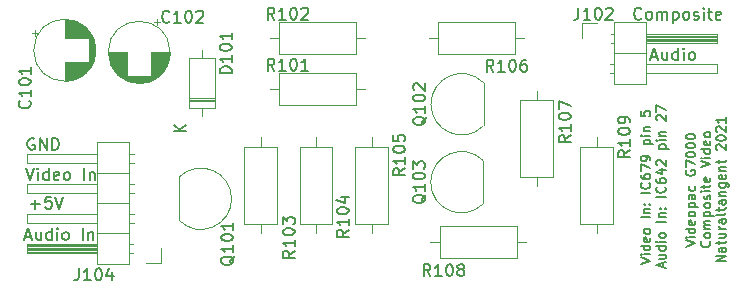
<source format=gto>
G04 #@! TF.GenerationSoftware,KiCad,Pcbnew,6.0.0-d3dd2cf0fa~116~ubuntu20.04.1*
G04 #@! TF.CreationDate,2021-12-31T11:53:35+00:00*
G04 #@! TF.ProjectId,videopac_composite,76696465-6f70-4616-935f-636f6d706f73,rev?*
G04 #@! TF.SameCoordinates,Original*
G04 #@! TF.FileFunction,Legend,Top*
G04 #@! TF.FilePolarity,Positive*
%FSLAX46Y46*%
G04 Gerber Fmt 4.6, Leading zero omitted, Abs format (unit mm)*
G04 Created by KiCad (PCBNEW 6.0.0-d3dd2cf0fa~116~ubuntu20.04.1) date 2021-12-31 11:53:35*
%MOMM*%
%LPD*%
G01*
G04 APERTURE LIST*
%ADD10C,0.150000*%
%ADD11C,0.120000*%
G04 APERTURE END LIST*
D10*
X31059809Y-74382380D02*
X31393142Y-75382380D01*
X31726476Y-74382380D01*
X32059809Y-75382380D02*
X32059809Y-74715714D01*
X32059809Y-74382380D02*
X32012190Y-74430000D01*
X32059809Y-74477619D01*
X32107428Y-74430000D01*
X32059809Y-74382380D01*
X32059809Y-74477619D01*
X32964571Y-75382380D02*
X32964571Y-74382380D01*
X32964571Y-75334761D02*
X32869333Y-75382380D01*
X32678857Y-75382380D01*
X32583619Y-75334761D01*
X32536000Y-75287142D01*
X32488380Y-75191904D01*
X32488380Y-74906190D01*
X32536000Y-74810952D01*
X32583619Y-74763333D01*
X32678857Y-74715714D01*
X32869333Y-74715714D01*
X32964571Y-74763333D01*
X33821714Y-75334761D02*
X33726476Y-75382380D01*
X33536000Y-75382380D01*
X33440761Y-75334761D01*
X33393142Y-75239523D01*
X33393142Y-74858571D01*
X33440761Y-74763333D01*
X33536000Y-74715714D01*
X33726476Y-74715714D01*
X33821714Y-74763333D01*
X33869333Y-74858571D01*
X33869333Y-74953809D01*
X33393142Y-75049047D01*
X34440761Y-75382380D02*
X34345523Y-75334761D01*
X34297904Y-75287142D01*
X34250285Y-75191904D01*
X34250285Y-74906190D01*
X34297904Y-74810952D01*
X34345523Y-74763333D01*
X34440761Y-74715714D01*
X34583619Y-74715714D01*
X34678857Y-74763333D01*
X34726476Y-74810952D01*
X34774095Y-74906190D01*
X34774095Y-75191904D01*
X34726476Y-75287142D01*
X34678857Y-75334761D01*
X34583619Y-75382380D01*
X34440761Y-75382380D01*
X35964571Y-75382380D02*
X35964571Y-74382380D01*
X36440761Y-74715714D02*
X36440761Y-75382380D01*
X36440761Y-74810952D02*
X36488380Y-74763333D01*
X36583619Y-74715714D01*
X36726476Y-74715714D01*
X36821714Y-74763333D01*
X36869333Y-74858571D01*
X36869333Y-75382380D01*
X31004238Y-80176666D02*
X31480428Y-80176666D01*
X30909000Y-80462380D02*
X31242333Y-79462380D01*
X31575666Y-80462380D01*
X32337571Y-79795714D02*
X32337571Y-80462380D01*
X31909000Y-79795714D02*
X31909000Y-80319523D01*
X31956619Y-80414761D01*
X32051857Y-80462380D01*
X32194714Y-80462380D01*
X32289952Y-80414761D01*
X32337571Y-80367142D01*
X33242333Y-80462380D02*
X33242333Y-79462380D01*
X33242333Y-80414761D02*
X33147095Y-80462380D01*
X32956619Y-80462380D01*
X32861380Y-80414761D01*
X32813761Y-80367142D01*
X32766142Y-80271904D01*
X32766142Y-79986190D01*
X32813761Y-79890952D01*
X32861380Y-79843333D01*
X32956619Y-79795714D01*
X33147095Y-79795714D01*
X33242333Y-79843333D01*
X33718523Y-80462380D02*
X33718523Y-79795714D01*
X33718523Y-79462380D02*
X33670904Y-79510000D01*
X33718523Y-79557619D01*
X33766142Y-79510000D01*
X33718523Y-79462380D01*
X33718523Y-79557619D01*
X34337571Y-80462380D02*
X34242333Y-80414761D01*
X34194714Y-80367142D01*
X34147095Y-80271904D01*
X34147095Y-79986190D01*
X34194714Y-79890952D01*
X34242333Y-79843333D01*
X34337571Y-79795714D01*
X34480428Y-79795714D01*
X34575666Y-79843333D01*
X34623285Y-79890952D01*
X34670904Y-79986190D01*
X34670904Y-80271904D01*
X34623285Y-80367142D01*
X34575666Y-80414761D01*
X34480428Y-80462380D01*
X34337571Y-80462380D01*
X35861380Y-80462380D02*
X35861380Y-79462380D01*
X36337571Y-79795714D02*
X36337571Y-80462380D01*
X36337571Y-79890952D02*
X36385190Y-79843333D01*
X36480428Y-79795714D01*
X36623285Y-79795714D01*
X36718523Y-79843333D01*
X36766142Y-79938571D01*
X36766142Y-80462380D01*
X86919904Y-81019047D02*
X87719904Y-80752380D01*
X86919904Y-80485714D01*
X87719904Y-80219047D02*
X87186571Y-80219047D01*
X86919904Y-80219047D02*
X86958000Y-80257142D01*
X86996095Y-80219047D01*
X86958000Y-80180952D01*
X86919904Y-80219047D01*
X86996095Y-80219047D01*
X87719904Y-79495238D02*
X86919904Y-79495238D01*
X87681809Y-79495238D02*
X87719904Y-79571428D01*
X87719904Y-79723809D01*
X87681809Y-79800000D01*
X87643714Y-79838095D01*
X87567523Y-79876190D01*
X87338952Y-79876190D01*
X87262761Y-79838095D01*
X87224666Y-79800000D01*
X87186571Y-79723809D01*
X87186571Y-79571428D01*
X87224666Y-79495238D01*
X87681809Y-78809523D02*
X87719904Y-78885714D01*
X87719904Y-79038095D01*
X87681809Y-79114285D01*
X87605619Y-79152380D01*
X87300857Y-79152380D01*
X87224666Y-79114285D01*
X87186571Y-79038095D01*
X87186571Y-78885714D01*
X87224666Y-78809523D01*
X87300857Y-78771428D01*
X87377047Y-78771428D01*
X87453238Y-79152380D01*
X87719904Y-78314285D02*
X87681809Y-78390476D01*
X87643714Y-78428571D01*
X87567523Y-78466666D01*
X87338952Y-78466666D01*
X87262761Y-78428571D01*
X87224666Y-78390476D01*
X87186571Y-78314285D01*
X87186571Y-78200000D01*
X87224666Y-78123809D01*
X87262761Y-78085714D01*
X87338952Y-78047619D01*
X87567523Y-78047619D01*
X87643714Y-78085714D01*
X87681809Y-78123809D01*
X87719904Y-78200000D01*
X87719904Y-78314285D01*
X87186571Y-77704761D02*
X87986571Y-77704761D01*
X87224666Y-77704761D02*
X87186571Y-77628571D01*
X87186571Y-77476190D01*
X87224666Y-77400000D01*
X87262761Y-77361904D01*
X87338952Y-77323809D01*
X87567523Y-77323809D01*
X87643714Y-77361904D01*
X87681809Y-77400000D01*
X87719904Y-77476190D01*
X87719904Y-77628571D01*
X87681809Y-77704761D01*
X87719904Y-76638095D02*
X87300857Y-76638095D01*
X87224666Y-76676190D01*
X87186571Y-76752380D01*
X87186571Y-76904761D01*
X87224666Y-76980952D01*
X87681809Y-76638095D02*
X87719904Y-76714285D01*
X87719904Y-76904761D01*
X87681809Y-76980952D01*
X87605619Y-77019047D01*
X87529428Y-77019047D01*
X87453238Y-76980952D01*
X87415142Y-76904761D01*
X87415142Y-76714285D01*
X87377047Y-76638095D01*
X87681809Y-75914285D02*
X87719904Y-75990476D01*
X87719904Y-76142857D01*
X87681809Y-76219047D01*
X87643714Y-76257142D01*
X87567523Y-76295238D01*
X87338952Y-76295238D01*
X87262761Y-76257142D01*
X87224666Y-76219047D01*
X87186571Y-76142857D01*
X87186571Y-75990476D01*
X87224666Y-75914285D01*
X86958000Y-74542857D02*
X86919904Y-74619047D01*
X86919904Y-74733333D01*
X86958000Y-74847619D01*
X87034190Y-74923809D01*
X87110380Y-74961904D01*
X87262761Y-75000000D01*
X87377047Y-75000000D01*
X87529428Y-74961904D01*
X87605619Y-74923809D01*
X87681809Y-74847619D01*
X87719904Y-74733333D01*
X87719904Y-74657142D01*
X87681809Y-74542857D01*
X87643714Y-74504761D01*
X87377047Y-74504761D01*
X87377047Y-74657142D01*
X86919904Y-74238095D02*
X86919904Y-73704761D01*
X87719904Y-74047619D01*
X86919904Y-73247619D02*
X86919904Y-73171428D01*
X86958000Y-73095238D01*
X86996095Y-73057142D01*
X87072285Y-73019047D01*
X87224666Y-72980952D01*
X87415142Y-72980952D01*
X87567523Y-73019047D01*
X87643714Y-73057142D01*
X87681809Y-73095238D01*
X87719904Y-73171428D01*
X87719904Y-73247619D01*
X87681809Y-73323809D01*
X87643714Y-73361904D01*
X87567523Y-73400000D01*
X87415142Y-73438095D01*
X87224666Y-73438095D01*
X87072285Y-73400000D01*
X86996095Y-73361904D01*
X86958000Y-73323809D01*
X86919904Y-73247619D01*
X86919904Y-72485714D02*
X86919904Y-72409523D01*
X86958000Y-72333333D01*
X86996095Y-72295238D01*
X87072285Y-72257142D01*
X87224666Y-72219047D01*
X87415142Y-72219047D01*
X87567523Y-72257142D01*
X87643714Y-72295238D01*
X87681809Y-72333333D01*
X87719904Y-72409523D01*
X87719904Y-72485714D01*
X87681809Y-72561904D01*
X87643714Y-72600000D01*
X87567523Y-72638095D01*
X87415142Y-72676190D01*
X87224666Y-72676190D01*
X87072285Y-72638095D01*
X86996095Y-72600000D01*
X86958000Y-72561904D01*
X86919904Y-72485714D01*
X86919904Y-71723809D02*
X86919904Y-71647619D01*
X86958000Y-71571428D01*
X86996095Y-71533333D01*
X87072285Y-71495238D01*
X87224666Y-71457142D01*
X87415142Y-71457142D01*
X87567523Y-71495238D01*
X87643714Y-71533333D01*
X87681809Y-71571428D01*
X87719904Y-71647619D01*
X87719904Y-71723809D01*
X87681809Y-71800000D01*
X87643714Y-71838095D01*
X87567523Y-71876190D01*
X87415142Y-71914285D01*
X87224666Y-71914285D01*
X87072285Y-71876190D01*
X86996095Y-71838095D01*
X86958000Y-71800000D01*
X86919904Y-71723809D01*
X88931714Y-80561904D02*
X88969809Y-80600000D01*
X89007904Y-80714285D01*
X89007904Y-80790476D01*
X88969809Y-80904761D01*
X88893619Y-80980952D01*
X88817428Y-81019047D01*
X88665047Y-81057142D01*
X88550761Y-81057142D01*
X88398380Y-81019047D01*
X88322190Y-80980952D01*
X88246000Y-80904761D01*
X88207904Y-80790476D01*
X88207904Y-80714285D01*
X88246000Y-80600000D01*
X88284095Y-80561904D01*
X89007904Y-80104761D02*
X88969809Y-80180952D01*
X88931714Y-80219047D01*
X88855523Y-80257142D01*
X88626952Y-80257142D01*
X88550761Y-80219047D01*
X88512666Y-80180952D01*
X88474571Y-80104761D01*
X88474571Y-79990476D01*
X88512666Y-79914285D01*
X88550761Y-79876190D01*
X88626952Y-79838095D01*
X88855523Y-79838095D01*
X88931714Y-79876190D01*
X88969809Y-79914285D01*
X89007904Y-79990476D01*
X89007904Y-80104761D01*
X89007904Y-79495238D02*
X88474571Y-79495238D01*
X88550761Y-79495238D02*
X88512666Y-79457142D01*
X88474571Y-79380952D01*
X88474571Y-79266666D01*
X88512666Y-79190476D01*
X88588857Y-79152380D01*
X89007904Y-79152380D01*
X88588857Y-79152380D02*
X88512666Y-79114285D01*
X88474571Y-79038095D01*
X88474571Y-78923809D01*
X88512666Y-78847619D01*
X88588857Y-78809523D01*
X89007904Y-78809523D01*
X88474571Y-78428571D02*
X89274571Y-78428571D01*
X88512666Y-78428571D02*
X88474571Y-78352380D01*
X88474571Y-78200000D01*
X88512666Y-78123809D01*
X88550761Y-78085714D01*
X88626952Y-78047619D01*
X88855523Y-78047619D01*
X88931714Y-78085714D01*
X88969809Y-78123809D01*
X89007904Y-78200000D01*
X89007904Y-78352380D01*
X88969809Y-78428571D01*
X89007904Y-77590476D02*
X88969809Y-77666666D01*
X88931714Y-77704761D01*
X88855523Y-77742857D01*
X88626952Y-77742857D01*
X88550761Y-77704761D01*
X88512666Y-77666666D01*
X88474571Y-77590476D01*
X88474571Y-77476190D01*
X88512666Y-77400000D01*
X88550761Y-77361904D01*
X88626952Y-77323809D01*
X88855523Y-77323809D01*
X88931714Y-77361904D01*
X88969809Y-77400000D01*
X89007904Y-77476190D01*
X89007904Y-77590476D01*
X88969809Y-77019047D02*
X89007904Y-76942857D01*
X89007904Y-76790476D01*
X88969809Y-76714285D01*
X88893619Y-76676190D01*
X88855523Y-76676190D01*
X88779333Y-76714285D01*
X88741238Y-76790476D01*
X88741238Y-76904761D01*
X88703142Y-76980952D01*
X88626952Y-77019047D01*
X88588857Y-77019047D01*
X88512666Y-76980952D01*
X88474571Y-76904761D01*
X88474571Y-76790476D01*
X88512666Y-76714285D01*
X89007904Y-76333333D02*
X88474571Y-76333333D01*
X88207904Y-76333333D02*
X88246000Y-76371428D01*
X88284095Y-76333333D01*
X88246000Y-76295238D01*
X88207904Y-76333333D01*
X88284095Y-76333333D01*
X88474571Y-76066666D02*
X88474571Y-75761904D01*
X88207904Y-75952380D02*
X88893619Y-75952380D01*
X88969809Y-75914285D01*
X89007904Y-75838095D01*
X89007904Y-75761904D01*
X88969809Y-75190476D02*
X89007904Y-75266666D01*
X89007904Y-75419047D01*
X88969809Y-75495238D01*
X88893619Y-75533333D01*
X88588857Y-75533333D01*
X88512666Y-75495238D01*
X88474571Y-75419047D01*
X88474571Y-75266666D01*
X88512666Y-75190476D01*
X88588857Y-75152380D01*
X88665047Y-75152380D01*
X88741238Y-75533333D01*
X88207904Y-74314285D02*
X89007904Y-74047619D01*
X88207904Y-73780952D01*
X89007904Y-73514285D02*
X88474571Y-73514285D01*
X88207904Y-73514285D02*
X88246000Y-73552380D01*
X88284095Y-73514285D01*
X88246000Y-73476190D01*
X88207904Y-73514285D01*
X88284095Y-73514285D01*
X89007904Y-72790476D02*
X88207904Y-72790476D01*
X88969809Y-72790476D02*
X89007904Y-72866666D01*
X89007904Y-73019047D01*
X88969809Y-73095238D01*
X88931714Y-73133333D01*
X88855523Y-73171428D01*
X88626952Y-73171428D01*
X88550761Y-73133333D01*
X88512666Y-73095238D01*
X88474571Y-73019047D01*
X88474571Y-72866666D01*
X88512666Y-72790476D01*
X88969809Y-72104761D02*
X89007904Y-72180952D01*
X89007904Y-72333333D01*
X88969809Y-72409523D01*
X88893619Y-72447619D01*
X88588857Y-72447619D01*
X88512666Y-72409523D01*
X88474571Y-72333333D01*
X88474571Y-72180952D01*
X88512666Y-72104761D01*
X88588857Y-72066666D01*
X88665047Y-72066666D01*
X88741238Y-72447619D01*
X89007904Y-71609523D02*
X88969809Y-71685714D01*
X88931714Y-71723809D01*
X88855523Y-71761904D01*
X88626952Y-71761904D01*
X88550761Y-71723809D01*
X88512666Y-71685714D01*
X88474571Y-71609523D01*
X88474571Y-71495238D01*
X88512666Y-71419047D01*
X88550761Y-71380952D01*
X88626952Y-71342857D01*
X88855523Y-71342857D01*
X88931714Y-71380952D01*
X88969809Y-71419047D01*
X89007904Y-71495238D01*
X89007904Y-71609523D01*
X90295904Y-82276190D02*
X89495904Y-82276190D01*
X90295904Y-81819047D01*
X89495904Y-81819047D01*
X90295904Y-81095238D02*
X89876857Y-81095238D01*
X89800666Y-81133333D01*
X89762571Y-81209523D01*
X89762571Y-81361904D01*
X89800666Y-81438095D01*
X90257809Y-81095238D02*
X90295904Y-81171428D01*
X90295904Y-81361904D01*
X90257809Y-81438095D01*
X90181619Y-81476190D01*
X90105428Y-81476190D01*
X90029238Y-81438095D01*
X89991142Y-81361904D01*
X89991142Y-81171428D01*
X89953047Y-81095238D01*
X89762571Y-80828571D02*
X89762571Y-80523809D01*
X89495904Y-80714285D02*
X90181619Y-80714285D01*
X90257809Y-80676190D01*
X90295904Y-80600000D01*
X90295904Y-80523809D01*
X89762571Y-79914285D02*
X90295904Y-79914285D01*
X89762571Y-80257142D02*
X90181619Y-80257142D01*
X90257809Y-80219047D01*
X90295904Y-80142857D01*
X90295904Y-80028571D01*
X90257809Y-79952380D01*
X90219714Y-79914285D01*
X90295904Y-79533333D02*
X89762571Y-79533333D01*
X89914952Y-79533333D02*
X89838761Y-79495238D01*
X89800666Y-79457142D01*
X89762571Y-79380952D01*
X89762571Y-79304761D01*
X90295904Y-78695238D02*
X89876857Y-78695238D01*
X89800666Y-78733333D01*
X89762571Y-78809523D01*
X89762571Y-78961904D01*
X89800666Y-79038095D01*
X90257809Y-78695238D02*
X90295904Y-78771428D01*
X90295904Y-78961904D01*
X90257809Y-79038095D01*
X90181619Y-79076190D01*
X90105428Y-79076190D01*
X90029238Y-79038095D01*
X89991142Y-78961904D01*
X89991142Y-78771428D01*
X89953047Y-78695238D01*
X90295904Y-78200000D02*
X90257809Y-78276190D01*
X90181619Y-78314285D01*
X89495904Y-78314285D01*
X89762571Y-78009523D02*
X89762571Y-77704761D01*
X89495904Y-77895238D02*
X90181619Y-77895238D01*
X90257809Y-77857142D01*
X90295904Y-77780952D01*
X90295904Y-77704761D01*
X90295904Y-77095238D02*
X89876857Y-77095238D01*
X89800666Y-77133333D01*
X89762571Y-77209523D01*
X89762571Y-77361904D01*
X89800666Y-77438095D01*
X90257809Y-77095238D02*
X90295904Y-77171428D01*
X90295904Y-77361904D01*
X90257809Y-77438095D01*
X90181619Y-77476190D01*
X90105428Y-77476190D01*
X90029238Y-77438095D01*
X89991142Y-77361904D01*
X89991142Y-77171428D01*
X89953047Y-77095238D01*
X89762571Y-76714285D02*
X90295904Y-76714285D01*
X89838761Y-76714285D02*
X89800666Y-76676190D01*
X89762571Y-76600000D01*
X89762571Y-76485714D01*
X89800666Y-76409523D01*
X89876857Y-76371428D01*
X90295904Y-76371428D01*
X89762571Y-75647619D02*
X90410190Y-75647619D01*
X90486380Y-75685714D01*
X90524476Y-75723809D01*
X90562571Y-75800000D01*
X90562571Y-75914285D01*
X90524476Y-75990476D01*
X90257809Y-75647619D02*
X90295904Y-75723809D01*
X90295904Y-75876190D01*
X90257809Y-75952380D01*
X90219714Y-75990476D01*
X90143523Y-76028571D01*
X89914952Y-76028571D01*
X89838761Y-75990476D01*
X89800666Y-75952380D01*
X89762571Y-75876190D01*
X89762571Y-75723809D01*
X89800666Y-75647619D01*
X90257809Y-74961904D02*
X90295904Y-75038095D01*
X90295904Y-75190476D01*
X90257809Y-75266666D01*
X90181619Y-75304761D01*
X89876857Y-75304761D01*
X89800666Y-75266666D01*
X89762571Y-75190476D01*
X89762571Y-75038095D01*
X89800666Y-74961904D01*
X89876857Y-74923809D01*
X89953047Y-74923809D01*
X90029238Y-75304761D01*
X89762571Y-74580952D02*
X90295904Y-74580952D01*
X89838761Y-74580952D02*
X89800666Y-74542857D01*
X89762571Y-74466666D01*
X89762571Y-74352380D01*
X89800666Y-74276190D01*
X89876857Y-74238095D01*
X90295904Y-74238095D01*
X89762571Y-73971428D02*
X89762571Y-73666666D01*
X89495904Y-73857142D02*
X90181619Y-73857142D01*
X90257809Y-73819047D01*
X90295904Y-73742857D01*
X90295904Y-73666666D01*
X89572095Y-72828571D02*
X89534000Y-72790476D01*
X89495904Y-72714285D01*
X89495904Y-72523809D01*
X89534000Y-72447619D01*
X89572095Y-72409523D01*
X89648285Y-72371428D01*
X89724476Y-72371428D01*
X89838761Y-72409523D01*
X90295904Y-72866666D01*
X90295904Y-72371428D01*
X89495904Y-71876190D02*
X89495904Y-71800000D01*
X89534000Y-71723809D01*
X89572095Y-71685714D01*
X89648285Y-71647619D01*
X89800666Y-71609523D01*
X89991142Y-71609523D01*
X90143523Y-71647619D01*
X90219714Y-71685714D01*
X90257809Y-71723809D01*
X90295904Y-71800000D01*
X90295904Y-71876190D01*
X90257809Y-71952380D01*
X90219714Y-71990476D01*
X90143523Y-72028571D01*
X89991142Y-72066666D01*
X89800666Y-72066666D01*
X89648285Y-72028571D01*
X89572095Y-71990476D01*
X89534000Y-71952380D01*
X89495904Y-71876190D01*
X89572095Y-71304761D02*
X89534000Y-71266666D01*
X89495904Y-71190476D01*
X89495904Y-71000000D01*
X89534000Y-70923809D01*
X89572095Y-70885714D01*
X89648285Y-70847619D01*
X89724476Y-70847619D01*
X89838761Y-70885714D01*
X90295904Y-71342857D01*
X90295904Y-70847619D01*
X90295904Y-70085714D02*
X90295904Y-70542857D01*
X90295904Y-70314285D02*
X89495904Y-70314285D01*
X89610190Y-70390476D01*
X89686380Y-70466666D01*
X89724476Y-70542857D01*
X84018666Y-64936666D02*
X84494857Y-64936666D01*
X83923428Y-65222380D02*
X84256761Y-64222380D01*
X84590095Y-65222380D01*
X85352000Y-64555714D02*
X85352000Y-65222380D01*
X84923428Y-64555714D02*
X84923428Y-65079523D01*
X84971047Y-65174761D01*
X85066285Y-65222380D01*
X85209142Y-65222380D01*
X85304380Y-65174761D01*
X85352000Y-65127142D01*
X86256761Y-65222380D02*
X86256761Y-64222380D01*
X86256761Y-65174761D02*
X86161523Y-65222380D01*
X85971047Y-65222380D01*
X85875809Y-65174761D01*
X85828190Y-65127142D01*
X85780571Y-65031904D01*
X85780571Y-64746190D01*
X85828190Y-64650952D01*
X85875809Y-64603333D01*
X85971047Y-64555714D01*
X86161523Y-64555714D01*
X86256761Y-64603333D01*
X86732952Y-65222380D02*
X86732952Y-64555714D01*
X86732952Y-64222380D02*
X86685333Y-64270000D01*
X86732952Y-64317619D01*
X86780571Y-64270000D01*
X86732952Y-64222380D01*
X86732952Y-64317619D01*
X87352000Y-65222380D02*
X87256761Y-65174761D01*
X87209142Y-65127142D01*
X87161523Y-65031904D01*
X87161523Y-64746190D01*
X87209142Y-64650952D01*
X87256761Y-64603333D01*
X87352000Y-64555714D01*
X87494857Y-64555714D01*
X87590095Y-64603333D01*
X87637714Y-64650952D01*
X87685333Y-64746190D01*
X87685333Y-65031904D01*
X87637714Y-65127142D01*
X87590095Y-65174761D01*
X87494857Y-65222380D01*
X87352000Y-65222380D01*
X83118904Y-82460285D02*
X83918904Y-82193619D01*
X83118904Y-81926952D01*
X83918904Y-81660285D02*
X83385571Y-81660285D01*
X83118904Y-81660285D02*
X83157000Y-81698380D01*
X83195095Y-81660285D01*
X83157000Y-81622190D01*
X83118904Y-81660285D01*
X83195095Y-81660285D01*
X83918904Y-80936476D02*
X83118904Y-80936476D01*
X83880809Y-80936476D02*
X83918904Y-81012666D01*
X83918904Y-81165047D01*
X83880809Y-81241238D01*
X83842714Y-81279333D01*
X83766523Y-81317428D01*
X83537952Y-81317428D01*
X83461761Y-81279333D01*
X83423666Y-81241238D01*
X83385571Y-81165047D01*
X83385571Y-81012666D01*
X83423666Y-80936476D01*
X83880809Y-80250761D02*
X83918904Y-80326952D01*
X83918904Y-80479333D01*
X83880809Y-80555523D01*
X83804619Y-80593619D01*
X83499857Y-80593619D01*
X83423666Y-80555523D01*
X83385571Y-80479333D01*
X83385571Y-80326952D01*
X83423666Y-80250761D01*
X83499857Y-80212666D01*
X83576047Y-80212666D01*
X83652238Y-80593619D01*
X83918904Y-79755523D02*
X83880809Y-79831714D01*
X83842714Y-79869809D01*
X83766523Y-79907904D01*
X83537952Y-79907904D01*
X83461761Y-79869809D01*
X83423666Y-79831714D01*
X83385571Y-79755523D01*
X83385571Y-79641238D01*
X83423666Y-79565047D01*
X83461761Y-79526952D01*
X83537952Y-79488857D01*
X83766523Y-79488857D01*
X83842714Y-79526952D01*
X83880809Y-79565047D01*
X83918904Y-79641238D01*
X83918904Y-79755523D01*
X83918904Y-78536476D02*
X83118904Y-78536476D01*
X83385571Y-78155523D02*
X83918904Y-78155523D01*
X83461761Y-78155523D02*
X83423666Y-78117428D01*
X83385571Y-78041238D01*
X83385571Y-77926952D01*
X83423666Y-77850761D01*
X83499857Y-77812666D01*
X83918904Y-77812666D01*
X83842714Y-77431714D02*
X83880809Y-77393619D01*
X83918904Y-77431714D01*
X83880809Y-77469809D01*
X83842714Y-77431714D01*
X83918904Y-77431714D01*
X83423666Y-77431714D02*
X83461761Y-77393619D01*
X83499857Y-77431714D01*
X83461761Y-77469809D01*
X83423666Y-77431714D01*
X83499857Y-77431714D01*
X83918904Y-76441238D02*
X83118904Y-76441238D01*
X83842714Y-75603142D02*
X83880809Y-75641238D01*
X83918904Y-75755523D01*
X83918904Y-75831714D01*
X83880809Y-75946000D01*
X83804619Y-76022190D01*
X83728428Y-76060285D01*
X83576047Y-76098380D01*
X83461761Y-76098380D01*
X83309380Y-76060285D01*
X83233190Y-76022190D01*
X83157000Y-75946000D01*
X83118904Y-75831714D01*
X83118904Y-75755523D01*
X83157000Y-75641238D01*
X83195095Y-75603142D01*
X83118904Y-74917428D02*
X83118904Y-75069809D01*
X83157000Y-75146000D01*
X83195095Y-75184095D01*
X83309380Y-75260285D01*
X83461761Y-75298380D01*
X83766523Y-75298380D01*
X83842714Y-75260285D01*
X83880809Y-75222190D01*
X83918904Y-75146000D01*
X83918904Y-74993619D01*
X83880809Y-74917428D01*
X83842714Y-74879333D01*
X83766523Y-74841238D01*
X83576047Y-74841238D01*
X83499857Y-74879333D01*
X83461761Y-74917428D01*
X83423666Y-74993619D01*
X83423666Y-75146000D01*
X83461761Y-75222190D01*
X83499857Y-75260285D01*
X83576047Y-75298380D01*
X83118904Y-74574571D02*
X83118904Y-74041238D01*
X83918904Y-74384095D01*
X83918904Y-73698380D02*
X83918904Y-73546000D01*
X83880809Y-73469809D01*
X83842714Y-73431714D01*
X83728428Y-73355523D01*
X83576047Y-73317428D01*
X83271285Y-73317428D01*
X83195095Y-73355523D01*
X83157000Y-73393619D01*
X83118904Y-73469809D01*
X83118904Y-73622190D01*
X83157000Y-73698380D01*
X83195095Y-73736476D01*
X83271285Y-73774571D01*
X83461761Y-73774571D01*
X83537952Y-73736476D01*
X83576047Y-73698380D01*
X83614142Y-73622190D01*
X83614142Y-73469809D01*
X83576047Y-73393619D01*
X83537952Y-73355523D01*
X83461761Y-73317428D01*
X83385571Y-72365047D02*
X84185571Y-72365047D01*
X83423666Y-72365047D02*
X83385571Y-72288857D01*
X83385571Y-72136476D01*
X83423666Y-72060285D01*
X83461761Y-72022190D01*
X83537952Y-71984095D01*
X83766523Y-71984095D01*
X83842714Y-72022190D01*
X83880809Y-72060285D01*
X83918904Y-72136476D01*
X83918904Y-72288857D01*
X83880809Y-72365047D01*
X83918904Y-71641238D02*
X83385571Y-71641238D01*
X83118904Y-71641238D02*
X83157000Y-71679333D01*
X83195095Y-71641238D01*
X83157000Y-71603142D01*
X83118904Y-71641238D01*
X83195095Y-71641238D01*
X83385571Y-71260285D02*
X83918904Y-71260285D01*
X83461761Y-71260285D02*
X83423666Y-71222190D01*
X83385571Y-71146000D01*
X83385571Y-71031714D01*
X83423666Y-70955523D01*
X83499857Y-70917428D01*
X83918904Y-70917428D01*
X83118904Y-69546000D02*
X83118904Y-69926952D01*
X83499857Y-69965047D01*
X83461761Y-69926952D01*
X83423666Y-69850761D01*
X83423666Y-69660285D01*
X83461761Y-69584095D01*
X83499857Y-69546000D01*
X83576047Y-69507904D01*
X83766523Y-69507904D01*
X83842714Y-69546000D01*
X83880809Y-69584095D01*
X83918904Y-69660285D01*
X83918904Y-69850761D01*
X83880809Y-69926952D01*
X83842714Y-69965047D01*
X84978333Y-82784095D02*
X84978333Y-82403142D01*
X85206904Y-82860285D02*
X84406904Y-82593619D01*
X85206904Y-82326952D01*
X84673571Y-81717428D02*
X85206904Y-81717428D01*
X84673571Y-82060285D02*
X85092619Y-82060285D01*
X85168809Y-82022190D01*
X85206904Y-81946000D01*
X85206904Y-81831714D01*
X85168809Y-81755523D01*
X85130714Y-81717428D01*
X85206904Y-80993619D02*
X84406904Y-80993619D01*
X85168809Y-80993619D02*
X85206904Y-81069809D01*
X85206904Y-81222190D01*
X85168809Y-81298380D01*
X85130714Y-81336476D01*
X85054523Y-81374571D01*
X84825952Y-81374571D01*
X84749761Y-81336476D01*
X84711666Y-81298380D01*
X84673571Y-81222190D01*
X84673571Y-81069809D01*
X84711666Y-80993619D01*
X85206904Y-80612666D02*
X84673571Y-80612666D01*
X84406904Y-80612666D02*
X84445000Y-80650761D01*
X84483095Y-80612666D01*
X84445000Y-80574571D01*
X84406904Y-80612666D01*
X84483095Y-80612666D01*
X85206904Y-80117428D02*
X85168809Y-80193619D01*
X85130714Y-80231714D01*
X85054523Y-80269809D01*
X84825952Y-80269809D01*
X84749761Y-80231714D01*
X84711666Y-80193619D01*
X84673571Y-80117428D01*
X84673571Y-80003142D01*
X84711666Y-79926952D01*
X84749761Y-79888857D01*
X84825952Y-79850761D01*
X85054523Y-79850761D01*
X85130714Y-79888857D01*
X85168809Y-79926952D01*
X85206904Y-80003142D01*
X85206904Y-80117428D01*
X85206904Y-78898380D02*
X84406904Y-78898380D01*
X84673571Y-78517428D02*
X85206904Y-78517428D01*
X84749761Y-78517428D02*
X84711666Y-78479333D01*
X84673571Y-78403142D01*
X84673571Y-78288857D01*
X84711666Y-78212666D01*
X84787857Y-78174571D01*
X85206904Y-78174571D01*
X85130714Y-77793619D02*
X85168809Y-77755523D01*
X85206904Y-77793619D01*
X85168809Y-77831714D01*
X85130714Y-77793619D01*
X85206904Y-77793619D01*
X84711666Y-77793619D02*
X84749761Y-77755523D01*
X84787857Y-77793619D01*
X84749761Y-77831714D01*
X84711666Y-77793619D01*
X84787857Y-77793619D01*
X85206904Y-76803142D02*
X84406904Y-76803142D01*
X85130714Y-75965047D02*
X85168809Y-76003142D01*
X85206904Y-76117428D01*
X85206904Y-76193619D01*
X85168809Y-76307904D01*
X85092619Y-76384095D01*
X85016428Y-76422190D01*
X84864047Y-76460285D01*
X84749761Y-76460285D01*
X84597380Y-76422190D01*
X84521190Y-76384095D01*
X84445000Y-76307904D01*
X84406904Y-76193619D01*
X84406904Y-76117428D01*
X84445000Y-76003142D01*
X84483095Y-75965047D01*
X84406904Y-75279333D02*
X84406904Y-75431714D01*
X84445000Y-75507904D01*
X84483095Y-75546000D01*
X84597380Y-75622190D01*
X84749761Y-75660285D01*
X85054523Y-75660285D01*
X85130714Y-75622190D01*
X85168809Y-75584095D01*
X85206904Y-75507904D01*
X85206904Y-75355523D01*
X85168809Y-75279333D01*
X85130714Y-75241238D01*
X85054523Y-75203142D01*
X84864047Y-75203142D01*
X84787857Y-75241238D01*
X84749761Y-75279333D01*
X84711666Y-75355523D01*
X84711666Y-75507904D01*
X84749761Y-75584095D01*
X84787857Y-75622190D01*
X84864047Y-75660285D01*
X84673571Y-74517428D02*
X85206904Y-74517428D01*
X84368809Y-74707904D02*
X84940238Y-74898380D01*
X84940238Y-74403142D01*
X84483095Y-74136476D02*
X84445000Y-74098380D01*
X84406904Y-74022190D01*
X84406904Y-73831714D01*
X84445000Y-73755523D01*
X84483095Y-73717428D01*
X84559285Y-73679333D01*
X84635476Y-73679333D01*
X84749761Y-73717428D01*
X85206904Y-74174571D01*
X85206904Y-73679333D01*
X84673571Y-72726952D02*
X85473571Y-72726952D01*
X84711666Y-72726952D02*
X84673571Y-72650761D01*
X84673571Y-72498380D01*
X84711666Y-72422190D01*
X84749761Y-72384095D01*
X84825952Y-72346000D01*
X85054523Y-72346000D01*
X85130714Y-72384095D01*
X85168809Y-72422190D01*
X85206904Y-72498380D01*
X85206904Y-72650761D01*
X85168809Y-72726952D01*
X85206904Y-72003142D02*
X84673571Y-72003142D01*
X84406904Y-72003142D02*
X84445000Y-72041238D01*
X84483095Y-72003142D01*
X84445000Y-71965047D01*
X84406904Y-72003142D01*
X84483095Y-72003142D01*
X84673571Y-71622190D02*
X85206904Y-71622190D01*
X84749761Y-71622190D02*
X84711666Y-71584095D01*
X84673571Y-71507904D01*
X84673571Y-71393619D01*
X84711666Y-71317428D01*
X84787857Y-71279333D01*
X85206904Y-71279333D01*
X84483095Y-70326952D02*
X84445000Y-70288857D01*
X84406904Y-70212666D01*
X84406904Y-70022190D01*
X84445000Y-69946000D01*
X84483095Y-69907904D01*
X84559285Y-69869809D01*
X84635476Y-69869809D01*
X84749761Y-69907904D01*
X85206904Y-70365047D01*
X85206904Y-69869809D01*
X84406904Y-69603142D02*
X84406904Y-69069809D01*
X85206904Y-69412666D01*
X83161571Y-61698142D02*
X83113952Y-61745761D01*
X82971095Y-61793380D01*
X82875857Y-61793380D01*
X82733000Y-61745761D01*
X82637761Y-61650523D01*
X82590142Y-61555285D01*
X82542523Y-61364809D01*
X82542523Y-61221952D01*
X82590142Y-61031476D01*
X82637761Y-60936238D01*
X82733000Y-60841000D01*
X82875857Y-60793380D01*
X82971095Y-60793380D01*
X83113952Y-60841000D01*
X83161571Y-60888619D01*
X83733000Y-61793380D02*
X83637761Y-61745761D01*
X83590142Y-61698142D01*
X83542523Y-61602904D01*
X83542523Y-61317190D01*
X83590142Y-61221952D01*
X83637761Y-61174333D01*
X83733000Y-61126714D01*
X83875857Y-61126714D01*
X83971095Y-61174333D01*
X84018714Y-61221952D01*
X84066333Y-61317190D01*
X84066333Y-61602904D01*
X84018714Y-61698142D01*
X83971095Y-61745761D01*
X83875857Y-61793380D01*
X83733000Y-61793380D01*
X84494904Y-61793380D02*
X84494904Y-61126714D01*
X84494904Y-61221952D02*
X84542523Y-61174333D01*
X84637761Y-61126714D01*
X84780619Y-61126714D01*
X84875857Y-61174333D01*
X84923476Y-61269571D01*
X84923476Y-61793380D01*
X84923476Y-61269571D02*
X84971095Y-61174333D01*
X85066333Y-61126714D01*
X85209190Y-61126714D01*
X85304428Y-61174333D01*
X85352047Y-61269571D01*
X85352047Y-61793380D01*
X85828238Y-61126714D02*
X85828238Y-62126714D01*
X85828238Y-61174333D02*
X85923476Y-61126714D01*
X86113952Y-61126714D01*
X86209190Y-61174333D01*
X86256809Y-61221952D01*
X86304428Y-61317190D01*
X86304428Y-61602904D01*
X86256809Y-61698142D01*
X86209190Y-61745761D01*
X86113952Y-61793380D01*
X85923476Y-61793380D01*
X85828238Y-61745761D01*
X86875857Y-61793380D02*
X86780619Y-61745761D01*
X86733000Y-61698142D01*
X86685380Y-61602904D01*
X86685380Y-61317190D01*
X86733000Y-61221952D01*
X86780619Y-61174333D01*
X86875857Y-61126714D01*
X87018714Y-61126714D01*
X87113952Y-61174333D01*
X87161571Y-61221952D01*
X87209190Y-61317190D01*
X87209190Y-61602904D01*
X87161571Y-61698142D01*
X87113952Y-61745761D01*
X87018714Y-61793380D01*
X86875857Y-61793380D01*
X87590142Y-61745761D02*
X87685380Y-61793380D01*
X87875857Y-61793380D01*
X87971095Y-61745761D01*
X88018714Y-61650523D01*
X88018714Y-61602904D01*
X87971095Y-61507666D01*
X87875857Y-61460047D01*
X87733000Y-61460047D01*
X87637761Y-61412428D01*
X87590142Y-61317190D01*
X87590142Y-61269571D01*
X87637761Y-61174333D01*
X87733000Y-61126714D01*
X87875857Y-61126714D01*
X87971095Y-61174333D01*
X88447285Y-61793380D02*
X88447285Y-61126714D01*
X88447285Y-60793380D02*
X88399666Y-60841000D01*
X88447285Y-60888619D01*
X88494904Y-60841000D01*
X88447285Y-60793380D01*
X88447285Y-60888619D01*
X88780619Y-61126714D02*
X89161571Y-61126714D01*
X88923476Y-60793380D02*
X88923476Y-61650523D01*
X88971095Y-61745761D01*
X89066333Y-61793380D01*
X89161571Y-61793380D01*
X89875857Y-61745761D02*
X89780619Y-61793380D01*
X89590142Y-61793380D01*
X89494904Y-61745761D01*
X89447285Y-61650523D01*
X89447285Y-61269571D01*
X89494904Y-61174333D01*
X89590142Y-61126714D01*
X89780619Y-61126714D01*
X89875857Y-61174333D01*
X89923476Y-61269571D01*
X89923476Y-61364809D01*
X89447285Y-61460047D01*
X31480285Y-77414428D02*
X32242190Y-77414428D01*
X31861238Y-77795380D02*
X31861238Y-77033476D01*
X33194571Y-76795380D02*
X32718380Y-76795380D01*
X32670761Y-77271571D01*
X32718380Y-77223952D01*
X32813619Y-77176333D01*
X33051714Y-77176333D01*
X33146952Y-77223952D01*
X33194571Y-77271571D01*
X33242190Y-77366809D01*
X33242190Y-77604904D01*
X33194571Y-77700142D01*
X33146952Y-77747761D01*
X33051714Y-77795380D01*
X32813619Y-77795380D01*
X32718380Y-77747761D01*
X32670761Y-77700142D01*
X33527904Y-76795380D02*
X33861238Y-77795380D01*
X34194571Y-76795380D01*
X31750095Y-71890000D02*
X31654857Y-71842380D01*
X31512000Y-71842380D01*
X31369142Y-71890000D01*
X31273904Y-71985238D01*
X31226285Y-72080476D01*
X31178666Y-72270952D01*
X31178666Y-72413809D01*
X31226285Y-72604285D01*
X31273904Y-72699523D01*
X31369142Y-72794761D01*
X31512000Y-72842380D01*
X31607238Y-72842380D01*
X31750095Y-72794761D01*
X31797714Y-72747142D01*
X31797714Y-72413809D01*
X31607238Y-72413809D01*
X32226285Y-72842380D02*
X32226285Y-71842380D01*
X32797714Y-72842380D01*
X32797714Y-71842380D01*
X33273904Y-72842380D02*
X33273904Y-71842380D01*
X33512000Y-71842380D01*
X33654857Y-71890000D01*
X33750095Y-71985238D01*
X33797714Y-72080476D01*
X33845333Y-72270952D01*
X33845333Y-72413809D01*
X33797714Y-72604285D01*
X33750095Y-72699523D01*
X33654857Y-72794761D01*
X33512000Y-72842380D01*
X33273904Y-72842380D01*
X31345142Y-68683047D02*
X31392761Y-68730666D01*
X31440380Y-68873523D01*
X31440380Y-68968761D01*
X31392761Y-69111619D01*
X31297523Y-69206857D01*
X31202285Y-69254476D01*
X31011809Y-69302095D01*
X30868952Y-69302095D01*
X30678476Y-69254476D01*
X30583238Y-69206857D01*
X30488000Y-69111619D01*
X30440380Y-68968761D01*
X30440380Y-68873523D01*
X30488000Y-68730666D01*
X30535619Y-68683047D01*
X31440380Y-67730666D02*
X31440380Y-68302095D01*
X31440380Y-68016380D02*
X30440380Y-68016380D01*
X30583238Y-68111619D01*
X30678476Y-68206857D01*
X30726095Y-68302095D01*
X30440380Y-67111619D02*
X30440380Y-67016380D01*
X30488000Y-66921142D01*
X30535619Y-66873523D01*
X30630857Y-66825904D01*
X30821333Y-66778285D01*
X31059428Y-66778285D01*
X31249904Y-66825904D01*
X31345142Y-66873523D01*
X31392761Y-66921142D01*
X31440380Y-67016380D01*
X31440380Y-67111619D01*
X31392761Y-67206857D01*
X31345142Y-67254476D01*
X31249904Y-67302095D01*
X31059428Y-67349714D01*
X30821333Y-67349714D01*
X30630857Y-67302095D01*
X30535619Y-67254476D01*
X30488000Y-67206857D01*
X30440380Y-67111619D01*
X31440380Y-65825904D02*
X31440380Y-66397333D01*
X31440380Y-66111619D02*
X30440380Y-66111619D01*
X30583238Y-66206857D01*
X30678476Y-66302095D01*
X30726095Y-66397333D01*
X65301952Y-83510380D02*
X64968619Y-83034190D01*
X64730523Y-83510380D02*
X64730523Y-82510380D01*
X65111476Y-82510380D01*
X65206714Y-82558000D01*
X65254333Y-82605619D01*
X65301952Y-82700857D01*
X65301952Y-82843714D01*
X65254333Y-82938952D01*
X65206714Y-82986571D01*
X65111476Y-83034190D01*
X64730523Y-83034190D01*
X66254333Y-83510380D02*
X65682904Y-83510380D01*
X65968619Y-83510380D02*
X65968619Y-82510380D01*
X65873380Y-82653238D01*
X65778142Y-82748476D01*
X65682904Y-82796095D01*
X66873380Y-82510380D02*
X66968619Y-82510380D01*
X67063857Y-82558000D01*
X67111476Y-82605619D01*
X67159095Y-82700857D01*
X67206714Y-82891333D01*
X67206714Y-83129428D01*
X67159095Y-83319904D01*
X67111476Y-83415142D01*
X67063857Y-83462761D01*
X66968619Y-83510380D01*
X66873380Y-83510380D01*
X66778142Y-83462761D01*
X66730523Y-83415142D01*
X66682904Y-83319904D01*
X66635285Y-83129428D01*
X66635285Y-82891333D01*
X66682904Y-82700857D01*
X66730523Y-82605619D01*
X66778142Y-82558000D01*
X66873380Y-82510380D01*
X67778142Y-82938952D02*
X67682904Y-82891333D01*
X67635285Y-82843714D01*
X67587666Y-82748476D01*
X67587666Y-82700857D01*
X67635285Y-82605619D01*
X67682904Y-82558000D01*
X67778142Y-82510380D01*
X67968619Y-82510380D01*
X68063857Y-82558000D01*
X68111476Y-82605619D01*
X68159095Y-82700857D01*
X68159095Y-82748476D01*
X68111476Y-82843714D01*
X68063857Y-82891333D01*
X67968619Y-82938952D01*
X67778142Y-82938952D01*
X67682904Y-82986571D01*
X67635285Y-83034190D01*
X67587666Y-83129428D01*
X67587666Y-83319904D01*
X67635285Y-83415142D01*
X67682904Y-83462761D01*
X67778142Y-83510380D01*
X67968619Y-83510380D01*
X68063857Y-83462761D01*
X68111476Y-83415142D01*
X68159095Y-83319904D01*
X68159095Y-83129428D01*
X68111476Y-83034190D01*
X68063857Y-82986571D01*
X67968619Y-82938952D01*
X64932619Y-70008619D02*
X64885000Y-70103857D01*
X64789761Y-70199095D01*
X64646904Y-70341952D01*
X64599285Y-70437190D01*
X64599285Y-70532428D01*
X64837380Y-70484809D02*
X64789761Y-70580047D01*
X64694523Y-70675285D01*
X64504047Y-70722904D01*
X64170714Y-70722904D01*
X63980238Y-70675285D01*
X63885000Y-70580047D01*
X63837380Y-70484809D01*
X63837380Y-70294333D01*
X63885000Y-70199095D01*
X63980238Y-70103857D01*
X64170714Y-70056238D01*
X64504047Y-70056238D01*
X64694523Y-70103857D01*
X64789761Y-70199095D01*
X64837380Y-70294333D01*
X64837380Y-70484809D01*
X64837380Y-69103857D02*
X64837380Y-69675285D01*
X64837380Y-69389571D02*
X63837380Y-69389571D01*
X63980238Y-69484809D01*
X64075476Y-69580047D01*
X64123095Y-69675285D01*
X63837380Y-68484809D02*
X63837380Y-68389571D01*
X63885000Y-68294333D01*
X63932619Y-68246714D01*
X64027857Y-68199095D01*
X64218333Y-68151476D01*
X64456428Y-68151476D01*
X64646904Y-68199095D01*
X64742142Y-68246714D01*
X64789761Y-68294333D01*
X64837380Y-68389571D01*
X64837380Y-68484809D01*
X64789761Y-68580047D01*
X64742142Y-68627666D01*
X64646904Y-68675285D01*
X64456428Y-68722904D01*
X64218333Y-68722904D01*
X64027857Y-68675285D01*
X63932619Y-68627666D01*
X63885000Y-68580047D01*
X63837380Y-68484809D01*
X63932619Y-67770523D02*
X63885000Y-67722904D01*
X63837380Y-67627666D01*
X63837380Y-67389571D01*
X63885000Y-67294333D01*
X63932619Y-67246714D01*
X64027857Y-67199095D01*
X64123095Y-67199095D01*
X64265952Y-67246714D01*
X64837380Y-67818142D01*
X64837380Y-67199095D01*
X63147380Y-74398047D02*
X62671190Y-74731380D01*
X63147380Y-74969476D02*
X62147380Y-74969476D01*
X62147380Y-74588523D01*
X62195000Y-74493285D01*
X62242619Y-74445666D01*
X62337857Y-74398047D01*
X62480714Y-74398047D01*
X62575952Y-74445666D01*
X62623571Y-74493285D01*
X62671190Y-74588523D01*
X62671190Y-74969476D01*
X63147380Y-73445666D02*
X63147380Y-74017095D01*
X63147380Y-73731380D02*
X62147380Y-73731380D01*
X62290238Y-73826619D01*
X62385476Y-73921857D01*
X62433095Y-74017095D01*
X62147380Y-72826619D02*
X62147380Y-72731380D01*
X62195000Y-72636142D01*
X62242619Y-72588523D01*
X62337857Y-72540904D01*
X62528333Y-72493285D01*
X62766428Y-72493285D01*
X62956904Y-72540904D01*
X63052142Y-72588523D01*
X63099761Y-72636142D01*
X63147380Y-72731380D01*
X63147380Y-72826619D01*
X63099761Y-72921857D01*
X63052142Y-72969476D01*
X62956904Y-73017095D01*
X62766428Y-73064714D01*
X62528333Y-73064714D01*
X62337857Y-73017095D01*
X62242619Y-72969476D01*
X62195000Y-72921857D01*
X62147380Y-72826619D01*
X62147380Y-71588523D02*
X62147380Y-72064714D01*
X62623571Y-72112333D01*
X62575952Y-72064714D01*
X62528333Y-71969476D01*
X62528333Y-71731380D01*
X62575952Y-71636142D01*
X62623571Y-71588523D01*
X62718809Y-71540904D01*
X62956904Y-71540904D01*
X63052142Y-71588523D01*
X63099761Y-71636142D01*
X63147380Y-71731380D01*
X63147380Y-71969476D01*
X63099761Y-72064714D01*
X63052142Y-72112333D01*
X77160380Y-71604047D02*
X76684190Y-71937380D01*
X77160380Y-72175476D02*
X76160380Y-72175476D01*
X76160380Y-71794523D01*
X76208000Y-71699285D01*
X76255619Y-71651666D01*
X76350857Y-71604047D01*
X76493714Y-71604047D01*
X76588952Y-71651666D01*
X76636571Y-71699285D01*
X76684190Y-71794523D01*
X76684190Y-72175476D01*
X77160380Y-70651666D02*
X77160380Y-71223095D01*
X77160380Y-70937380D02*
X76160380Y-70937380D01*
X76303238Y-71032619D01*
X76398476Y-71127857D01*
X76446095Y-71223095D01*
X76160380Y-70032619D02*
X76160380Y-69937380D01*
X76208000Y-69842142D01*
X76255619Y-69794523D01*
X76350857Y-69746904D01*
X76541333Y-69699285D01*
X76779428Y-69699285D01*
X76969904Y-69746904D01*
X77065142Y-69794523D01*
X77112761Y-69842142D01*
X77160380Y-69937380D01*
X77160380Y-70032619D01*
X77112761Y-70127857D01*
X77065142Y-70175476D01*
X76969904Y-70223095D01*
X76779428Y-70270714D01*
X76541333Y-70270714D01*
X76350857Y-70223095D01*
X76255619Y-70175476D01*
X76208000Y-70127857D01*
X76160380Y-70032619D01*
X76160380Y-69365952D02*
X76160380Y-68699285D01*
X77160380Y-69127857D01*
X48680619Y-81819619D02*
X48633000Y-81914857D01*
X48537761Y-82010095D01*
X48394904Y-82152952D01*
X48347285Y-82248190D01*
X48347285Y-82343428D01*
X48585380Y-82295809D02*
X48537761Y-82391047D01*
X48442523Y-82486285D01*
X48252047Y-82533904D01*
X47918714Y-82533904D01*
X47728238Y-82486285D01*
X47633000Y-82391047D01*
X47585380Y-82295809D01*
X47585380Y-82105333D01*
X47633000Y-82010095D01*
X47728238Y-81914857D01*
X47918714Y-81867238D01*
X48252047Y-81867238D01*
X48442523Y-81914857D01*
X48537761Y-82010095D01*
X48585380Y-82105333D01*
X48585380Y-82295809D01*
X48585380Y-80914857D02*
X48585380Y-81486285D01*
X48585380Y-81200571D02*
X47585380Y-81200571D01*
X47728238Y-81295809D01*
X47823476Y-81391047D01*
X47871095Y-81486285D01*
X47585380Y-80295809D02*
X47585380Y-80200571D01*
X47633000Y-80105333D01*
X47680619Y-80057714D01*
X47775857Y-80010095D01*
X47966333Y-79962476D01*
X48204428Y-79962476D01*
X48394904Y-80010095D01*
X48490142Y-80057714D01*
X48537761Y-80105333D01*
X48585380Y-80200571D01*
X48585380Y-80295809D01*
X48537761Y-80391047D01*
X48490142Y-80438666D01*
X48394904Y-80486285D01*
X48204428Y-80533904D01*
X47966333Y-80533904D01*
X47775857Y-80486285D01*
X47680619Y-80438666D01*
X47633000Y-80391047D01*
X47585380Y-80295809D01*
X48585380Y-79010095D02*
X48585380Y-79581523D01*
X48585380Y-79295809D02*
X47585380Y-79295809D01*
X47728238Y-79391047D01*
X47823476Y-79486285D01*
X47871095Y-79581523D01*
X53792380Y-81383047D02*
X53316190Y-81716380D01*
X53792380Y-81954476D02*
X52792380Y-81954476D01*
X52792380Y-81573523D01*
X52840000Y-81478285D01*
X52887619Y-81430666D01*
X52982857Y-81383047D01*
X53125714Y-81383047D01*
X53220952Y-81430666D01*
X53268571Y-81478285D01*
X53316190Y-81573523D01*
X53316190Y-81954476D01*
X53792380Y-80430666D02*
X53792380Y-81002095D01*
X53792380Y-80716380D02*
X52792380Y-80716380D01*
X52935238Y-80811619D01*
X53030476Y-80906857D01*
X53078095Y-81002095D01*
X52792380Y-79811619D02*
X52792380Y-79716380D01*
X52840000Y-79621142D01*
X52887619Y-79573523D01*
X52982857Y-79525904D01*
X53173333Y-79478285D01*
X53411428Y-79478285D01*
X53601904Y-79525904D01*
X53697142Y-79573523D01*
X53744761Y-79621142D01*
X53792380Y-79716380D01*
X53792380Y-79811619D01*
X53744761Y-79906857D01*
X53697142Y-79954476D01*
X53601904Y-80002095D01*
X53411428Y-80049714D01*
X53173333Y-80049714D01*
X52982857Y-80002095D01*
X52887619Y-79954476D01*
X52840000Y-79906857D01*
X52792380Y-79811619D01*
X52792380Y-79144952D02*
X52792380Y-78525904D01*
X53173333Y-78859238D01*
X53173333Y-78716380D01*
X53220952Y-78621142D01*
X53268571Y-78573523D01*
X53363809Y-78525904D01*
X53601904Y-78525904D01*
X53697142Y-78573523D01*
X53744761Y-78621142D01*
X53792380Y-78716380D01*
X53792380Y-79002095D01*
X53744761Y-79097333D01*
X53697142Y-79144952D01*
X43203952Y-61952142D02*
X43156333Y-61999761D01*
X43013476Y-62047380D01*
X42918238Y-62047380D01*
X42775380Y-61999761D01*
X42680142Y-61904523D01*
X42632523Y-61809285D01*
X42584904Y-61618809D01*
X42584904Y-61475952D01*
X42632523Y-61285476D01*
X42680142Y-61190238D01*
X42775380Y-61095000D01*
X42918238Y-61047380D01*
X43013476Y-61047380D01*
X43156333Y-61095000D01*
X43203952Y-61142619D01*
X44156333Y-62047380D02*
X43584904Y-62047380D01*
X43870619Y-62047380D02*
X43870619Y-61047380D01*
X43775380Y-61190238D01*
X43680142Y-61285476D01*
X43584904Y-61333095D01*
X44775380Y-61047380D02*
X44870619Y-61047380D01*
X44965857Y-61095000D01*
X45013476Y-61142619D01*
X45061095Y-61237857D01*
X45108714Y-61428333D01*
X45108714Y-61666428D01*
X45061095Y-61856904D01*
X45013476Y-61952142D01*
X44965857Y-61999761D01*
X44870619Y-62047380D01*
X44775380Y-62047380D01*
X44680142Y-61999761D01*
X44632523Y-61952142D01*
X44584904Y-61856904D01*
X44537285Y-61666428D01*
X44537285Y-61428333D01*
X44584904Y-61237857D01*
X44632523Y-61142619D01*
X44680142Y-61095000D01*
X44775380Y-61047380D01*
X45489666Y-61142619D02*
X45537285Y-61095000D01*
X45632523Y-61047380D01*
X45870619Y-61047380D01*
X45965857Y-61095000D01*
X46013476Y-61142619D01*
X46061095Y-61237857D01*
X46061095Y-61333095D01*
X46013476Y-61475952D01*
X45442047Y-62047380D01*
X46061095Y-62047380D01*
X52093952Y-61793380D02*
X51760619Y-61317190D01*
X51522523Y-61793380D02*
X51522523Y-60793380D01*
X51903476Y-60793380D01*
X51998714Y-60841000D01*
X52046333Y-60888619D01*
X52093952Y-60983857D01*
X52093952Y-61126714D01*
X52046333Y-61221952D01*
X51998714Y-61269571D01*
X51903476Y-61317190D01*
X51522523Y-61317190D01*
X53046333Y-61793380D02*
X52474904Y-61793380D01*
X52760619Y-61793380D02*
X52760619Y-60793380D01*
X52665380Y-60936238D01*
X52570142Y-61031476D01*
X52474904Y-61079095D01*
X53665380Y-60793380D02*
X53760619Y-60793380D01*
X53855857Y-60841000D01*
X53903476Y-60888619D01*
X53951095Y-60983857D01*
X53998714Y-61174333D01*
X53998714Y-61412428D01*
X53951095Y-61602904D01*
X53903476Y-61698142D01*
X53855857Y-61745761D01*
X53760619Y-61793380D01*
X53665380Y-61793380D01*
X53570142Y-61745761D01*
X53522523Y-61698142D01*
X53474904Y-61602904D01*
X53427285Y-61412428D01*
X53427285Y-61174333D01*
X53474904Y-60983857D01*
X53522523Y-60888619D01*
X53570142Y-60841000D01*
X53665380Y-60793380D01*
X54379666Y-60888619D02*
X54427285Y-60841000D01*
X54522523Y-60793380D01*
X54760619Y-60793380D01*
X54855857Y-60841000D01*
X54903476Y-60888619D01*
X54951095Y-60983857D01*
X54951095Y-61079095D01*
X54903476Y-61221952D01*
X54332047Y-61793380D01*
X54951095Y-61793380D01*
X58364380Y-79605047D02*
X57888190Y-79938380D01*
X58364380Y-80176476D02*
X57364380Y-80176476D01*
X57364380Y-79795523D01*
X57412000Y-79700285D01*
X57459619Y-79652666D01*
X57554857Y-79605047D01*
X57697714Y-79605047D01*
X57792952Y-79652666D01*
X57840571Y-79700285D01*
X57888190Y-79795523D01*
X57888190Y-80176476D01*
X58364380Y-78652666D02*
X58364380Y-79224095D01*
X58364380Y-78938380D02*
X57364380Y-78938380D01*
X57507238Y-79033619D01*
X57602476Y-79128857D01*
X57650095Y-79224095D01*
X57364380Y-78033619D02*
X57364380Y-77938380D01*
X57412000Y-77843142D01*
X57459619Y-77795523D01*
X57554857Y-77747904D01*
X57745333Y-77700285D01*
X57983428Y-77700285D01*
X58173904Y-77747904D01*
X58269142Y-77795523D01*
X58316761Y-77843142D01*
X58364380Y-77938380D01*
X58364380Y-78033619D01*
X58316761Y-78128857D01*
X58269142Y-78176476D01*
X58173904Y-78224095D01*
X57983428Y-78271714D01*
X57745333Y-78271714D01*
X57554857Y-78224095D01*
X57459619Y-78176476D01*
X57412000Y-78128857D01*
X57364380Y-78033619D01*
X57697714Y-76843142D02*
X58364380Y-76843142D01*
X57316761Y-77081238D02*
X58031047Y-77319333D01*
X58031047Y-76700285D01*
X70635952Y-66195380D02*
X70302619Y-65719190D01*
X70064523Y-66195380D02*
X70064523Y-65195380D01*
X70445476Y-65195380D01*
X70540714Y-65243000D01*
X70588333Y-65290619D01*
X70635952Y-65385857D01*
X70635952Y-65528714D01*
X70588333Y-65623952D01*
X70540714Y-65671571D01*
X70445476Y-65719190D01*
X70064523Y-65719190D01*
X71588333Y-66195380D02*
X71016904Y-66195380D01*
X71302619Y-66195380D02*
X71302619Y-65195380D01*
X71207380Y-65338238D01*
X71112142Y-65433476D01*
X71016904Y-65481095D01*
X72207380Y-65195380D02*
X72302619Y-65195380D01*
X72397857Y-65243000D01*
X72445476Y-65290619D01*
X72493095Y-65385857D01*
X72540714Y-65576333D01*
X72540714Y-65814428D01*
X72493095Y-66004904D01*
X72445476Y-66100142D01*
X72397857Y-66147761D01*
X72302619Y-66195380D01*
X72207380Y-66195380D01*
X72112142Y-66147761D01*
X72064523Y-66100142D01*
X72016904Y-66004904D01*
X71969285Y-65814428D01*
X71969285Y-65576333D01*
X72016904Y-65385857D01*
X72064523Y-65290619D01*
X72112142Y-65243000D01*
X72207380Y-65195380D01*
X73397857Y-65195380D02*
X73207380Y-65195380D01*
X73112142Y-65243000D01*
X73064523Y-65290619D01*
X72969285Y-65433476D01*
X72921666Y-65623952D01*
X72921666Y-66004904D01*
X72969285Y-66100142D01*
X73016904Y-66147761D01*
X73112142Y-66195380D01*
X73302619Y-66195380D01*
X73397857Y-66147761D01*
X73445476Y-66100142D01*
X73493095Y-66004904D01*
X73493095Y-65766809D01*
X73445476Y-65671571D01*
X73397857Y-65623952D01*
X73302619Y-65576333D01*
X73112142Y-65576333D01*
X73016904Y-65623952D01*
X72969285Y-65671571D01*
X72921666Y-65766809D01*
X64911619Y-76612619D02*
X64864000Y-76707857D01*
X64768761Y-76803095D01*
X64625904Y-76945952D01*
X64578285Y-77041190D01*
X64578285Y-77136428D01*
X64816380Y-77088809D02*
X64768761Y-77184047D01*
X64673523Y-77279285D01*
X64483047Y-77326904D01*
X64149714Y-77326904D01*
X63959238Y-77279285D01*
X63864000Y-77184047D01*
X63816380Y-77088809D01*
X63816380Y-76898333D01*
X63864000Y-76803095D01*
X63959238Y-76707857D01*
X64149714Y-76660238D01*
X64483047Y-76660238D01*
X64673523Y-76707857D01*
X64768761Y-76803095D01*
X64816380Y-76898333D01*
X64816380Y-77088809D01*
X64816380Y-75707857D02*
X64816380Y-76279285D01*
X64816380Y-75993571D02*
X63816380Y-75993571D01*
X63959238Y-76088809D01*
X64054476Y-76184047D01*
X64102095Y-76279285D01*
X63816380Y-75088809D02*
X63816380Y-74993571D01*
X63864000Y-74898333D01*
X63911619Y-74850714D01*
X64006857Y-74803095D01*
X64197333Y-74755476D01*
X64435428Y-74755476D01*
X64625904Y-74803095D01*
X64721142Y-74850714D01*
X64768761Y-74898333D01*
X64816380Y-74993571D01*
X64816380Y-75088809D01*
X64768761Y-75184047D01*
X64721142Y-75231666D01*
X64625904Y-75279285D01*
X64435428Y-75326904D01*
X64197333Y-75326904D01*
X64006857Y-75279285D01*
X63911619Y-75231666D01*
X63864000Y-75184047D01*
X63816380Y-75088809D01*
X63816380Y-74422142D02*
X63816380Y-73803095D01*
X64197333Y-74136428D01*
X64197333Y-73993571D01*
X64244952Y-73898333D01*
X64292571Y-73850714D01*
X64387809Y-73803095D01*
X64625904Y-73803095D01*
X64721142Y-73850714D01*
X64768761Y-73898333D01*
X64816380Y-73993571D01*
X64816380Y-74279285D01*
X64768761Y-74374523D01*
X64721142Y-74422142D01*
X48458380Y-66333476D02*
X47458380Y-66333476D01*
X47458380Y-66095380D01*
X47506000Y-65952523D01*
X47601238Y-65857285D01*
X47696476Y-65809666D01*
X47886952Y-65762047D01*
X48029809Y-65762047D01*
X48220285Y-65809666D01*
X48315523Y-65857285D01*
X48410761Y-65952523D01*
X48458380Y-66095380D01*
X48458380Y-66333476D01*
X48458380Y-64809666D02*
X48458380Y-65381095D01*
X48458380Y-65095380D02*
X47458380Y-65095380D01*
X47601238Y-65190619D01*
X47696476Y-65285857D01*
X47744095Y-65381095D01*
X47458380Y-64190619D02*
X47458380Y-64095380D01*
X47506000Y-64000142D01*
X47553619Y-63952523D01*
X47648857Y-63904904D01*
X47839333Y-63857285D01*
X48077428Y-63857285D01*
X48267904Y-63904904D01*
X48363142Y-63952523D01*
X48410761Y-64000142D01*
X48458380Y-64095380D01*
X48458380Y-64190619D01*
X48410761Y-64285857D01*
X48363142Y-64333476D01*
X48267904Y-64381095D01*
X48077428Y-64428714D01*
X47839333Y-64428714D01*
X47648857Y-64381095D01*
X47553619Y-64333476D01*
X47506000Y-64285857D01*
X47458380Y-64190619D01*
X48458380Y-62904904D02*
X48458380Y-63476333D01*
X48458380Y-63190619D02*
X47458380Y-63190619D01*
X47601238Y-63285857D01*
X47696476Y-63381095D01*
X47744095Y-63476333D01*
X44626380Y-71254904D02*
X43626380Y-71254904D01*
X44626380Y-70683476D02*
X44054952Y-71112047D01*
X43626380Y-70683476D02*
X44197809Y-71254904D01*
X82197380Y-72874047D02*
X81721190Y-73207380D01*
X82197380Y-73445476D02*
X81197380Y-73445476D01*
X81197380Y-73064523D01*
X81245000Y-72969285D01*
X81292619Y-72921666D01*
X81387857Y-72874047D01*
X81530714Y-72874047D01*
X81625952Y-72921666D01*
X81673571Y-72969285D01*
X81721190Y-73064523D01*
X81721190Y-73445476D01*
X82197380Y-71921666D02*
X82197380Y-72493095D01*
X82197380Y-72207380D02*
X81197380Y-72207380D01*
X81340238Y-72302619D01*
X81435476Y-72397857D01*
X81483095Y-72493095D01*
X81197380Y-71302619D02*
X81197380Y-71207380D01*
X81245000Y-71112142D01*
X81292619Y-71064523D01*
X81387857Y-71016904D01*
X81578333Y-70969285D01*
X81816428Y-70969285D01*
X82006904Y-71016904D01*
X82102142Y-71064523D01*
X82149761Y-71112142D01*
X82197380Y-71207380D01*
X82197380Y-71302619D01*
X82149761Y-71397857D01*
X82102142Y-71445476D01*
X82006904Y-71493095D01*
X81816428Y-71540714D01*
X81578333Y-71540714D01*
X81387857Y-71493095D01*
X81292619Y-71445476D01*
X81245000Y-71397857D01*
X81197380Y-71302619D01*
X82197380Y-70493095D02*
X82197380Y-70302619D01*
X82149761Y-70207380D01*
X82102142Y-70159761D01*
X81959285Y-70064523D01*
X81768809Y-70016904D01*
X81387857Y-70016904D01*
X81292619Y-70064523D01*
X81245000Y-70112142D01*
X81197380Y-70207380D01*
X81197380Y-70397857D01*
X81245000Y-70493095D01*
X81292619Y-70540714D01*
X81387857Y-70588333D01*
X81625952Y-70588333D01*
X81721190Y-70540714D01*
X81768809Y-70493095D01*
X81816428Y-70397857D01*
X81816428Y-70207380D01*
X81768809Y-70112142D01*
X81721190Y-70064523D01*
X81625952Y-70016904D01*
X52093952Y-66111380D02*
X51760619Y-65635190D01*
X51522523Y-66111380D02*
X51522523Y-65111380D01*
X51903476Y-65111380D01*
X51998714Y-65159000D01*
X52046333Y-65206619D01*
X52093952Y-65301857D01*
X52093952Y-65444714D01*
X52046333Y-65539952D01*
X51998714Y-65587571D01*
X51903476Y-65635190D01*
X51522523Y-65635190D01*
X53046333Y-66111380D02*
X52474904Y-66111380D01*
X52760619Y-66111380D02*
X52760619Y-65111380D01*
X52665380Y-65254238D01*
X52570142Y-65349476D01*
X52474904Y-65397095D01*
X53665380Y-65111380D02*
X53760619Y-65111380D01*
X53855857Y-65159000D01*
X53903476Y-65206619D01*
X53951095Y-65301857D01*
X53998714Y-65492333D01*
X53998714Y-65730428D01*
X53951095Y-65920904D01*
X53903476Y-66016142D01*
X53855857Y-66063761D01*
X53760619Y-66111380D01*
X53665380Y-66111380D01*
X53570142Y-66063761D01*
X53522523Y-66016142D01*
X53474904Y-65920904D01*
X53427285Y-65730428D01*
X53427285Y-65492333D01*
X53474904Y-65301857D01*
X53522523Y-65206619D01*
X53570142Y-65159000D01*
X53665380Y-65111380D01*
X54951095Y-66111380D02*
X54379666Y-66111380D01*
X54665380Y-66111380D02*
X54665380Y-65111380D01*
X54570142Y-65254238D01*
X54474904Y-65349476D01*
X54379666Y-65397095D01*
X77835285Y-60793380D02*
X77835285Y-61507666D01*
X77787666Y-61650523D01*
X77692428Y-61745761D01*
X77549571Y-61793380D01*
X77454333Y-61793380D01*
X78835285Y-61793380D02*
X78263857Y-61793380D01*
X78549571Y-61793380D02*
X78549571Y-60793380D01*
X78454333Y-60936238D01*
X78359095Y-61031476D01*
X78263857Y-61079095D01*
X79454333Y-60793380D02*
X79549571Y-60793380D01*
X79644809Y-60841000D01*
X79692428Y-60888619D01*
X79740047Y-60983857D01*
X79787666Y-61174333D01*
X79787666Y-61412428D01*
X79740047Y-61602904D01*
X79692428Y-61698142D01*
X79644809Y-61745761D01*
X79549571Y-61793380D01*
X79454333Y-61793380D01*
X79359095Y-61745761D01*
X79311476Y-61698142D01*
X79263857Y-61602904D01*
X79216238Y-61412428D01*
X79216238Y-61174333D01*
X79263857Y-60983857D01*
X79311476Y-60888619D01*
X79359095Y-60841000D01*
X79454333Y-60793380D01*
X80168619Y-60888619D02*
X80216238Y-60841000D01*
X80311476Y-60793380D01*
X80549571Y-60793380D01*
X80644809Y-60841000D01*
X80692428Y-60888619D01*
X80740047Y-60983857D01*
X80740047Y-61079095D01*
X80692428Y-61221952D01*
X80121000Y-61793380D01*
X80740047Y-61793380D01*
X35534285Y-82865380D02*
X35534285Y-83579666D01*
X35486666Y-83722523D01*
X35391428Y-83817761D01*
X35248571Y-83865380D01*
X35153333Y-83865380D01*
X36534285Y-83865380D02*
X35962857Y-83865380D01*
X36248571Y-83865380D02*
X36248571Y-82865380D01*
X36153333Y-83008238D01*
X36058095Y-83103476D01*
X35962857Y-83151095D01*
X37153333Y-82865380D02*
X37248571Y-82865380D01*
X37343809Y-82913000D01*
X37391428Y-82960619D01*
X37439047Y-83055857D01*
X37486666Y-83246333D01*
X37486666Y-83484428D01*
X37439047Y-83674904D01*
X37391428Y-83770142D01*
X37343809Y-83817761D01*
X37248571Y-83865380D01*
X37153333Y-83865380D01*
X37058095Y-83817761D01*
X37010476Y-83770142D01*
X36962857Y-83674904D01*
X36915238Y-83484428D01*
X36915238Y-83246333D01*
X36962857Y-83055857D01*
X37010476Y-82960619D01*
X37058095Y-82913000D01*
X37153333Y-82865380D01*
X38343809Y-83198714D02*
X38343809Y-83865380D01*
X38105714Y-82817761D02*
X37867619Y-83532047D01*
X38486666Y-83532047D01*
D11*
X31530113Y-62914000D02*
X32030113Y-62914000D01*
X36295888Y-62690000D02*
X36295888Y-63349000D01*
X35655888Y-65429000D02*
X35655888Y-66613000D01*
X34854888Y-65429000D02*
X34854888Y-66917000D01*
X35615888Y-62142000D02*
X35615888Y-63349000D01*
X36175888Y-65429000D02*
X36175888Y-66215000D01*
X34414888Y-61810000D02*
X34414888Y-63349000D01*
X36855888Y-63712000D02*
X36855888Y-65066000D01*
X34614888Y-61824000D02*
X34614888Y-63349000D01*
X36895888Y-63871000D02*
X36895888Y-64907000D01*
X35055888Y-61909000D02*
X35055888Y-63349000D01*
X34534888Y-61816000D02*
X34534888Y-63349000D01*
X35135888Y-65429000D02*
X35135888Y-66844000D01*
X35375888Y-65429000D02*
X35375888Y-66754000D01*
X35415888Y-65429000D02*
X35415888Y-66737000D01*
X36375888Y-62784000D02*
X36375888Y-65994000D01*
X35014888Y-61898000D02*
X35014888Y-63349000D01*
X36455888Y-62889000D02*
X36455888Y-65889000D01*
X35175888Y-61947000D02*
X35175888Y-63349000D01*
X34854888Y-61861000D02*
X34854888Y-63349000D01*
X35775888Y-62240000D02*
X35775888Y-63349000D01*
X35255888Y-61975000D02*
X35255888Y-63349000D01*
X35895888Y-65429000D02*
X35895888Y-66454000D01*
X36135888Y-65429000D02*
X36135888Y-66253000D01*
X34574888Y-61820000D02*
X34574888Y-63349000D01*
X35495888Y-62079000D02*
X35495888Y-63349000D01*
X35935888Y-62354000D02*
X35935888Y-63349000D01*
X35295888Y-61991000D02*
X35295888Y-63349000D01*
X34614888Y-65429000D02*
X34614888Y-66954000D01*
X34654888Y-65429000D02*
X34654888Y-66950000D01*
X35535888Y-65429000D02*
X35535888Y-66679000D01*
X34374888Y-65429000D02*
X34374888Y-66969000D01*
X34694888Y-61833000D02*
X34694888Y-63349000D01*
X35255888Y-65429000D02*
X35255888Y-66803000D01*
X34494888Y-65429000D02*
X34494888Y-66965000D01*
X34654888Y-61828000D02*
X34654888Y-63349000D01*
X34574888Y-65429000D02*
X34574888Y-66958000D01*
X36095888Y-62488000D02*
X36095888Y-63349000D01*
X36535888Y-63006000D02*
X36535888Y-65772000D01*
X35975888Y-62385000D02*
X35975888Y-63349000D01*
X35815888Y-65429000D02*
X35815888Y-66511000D01*
X35695888Y-65429000D02*
X35695888Y-66589000D01*
X35095888Y-65429000D02*
X35095888Y-66857000D01*
X36615888Y-63138000D02*
X36615888Y-65640000D01*
X34734888Y-65429000D02*
X34734888Y-66939000D01*
X34894888Y-65429000D02*
X34894888Y-66909000D01*
X34334888Y-65429000D02*
X34334888Y-66969000D01*
X34814888Y-65429000D02*
X34814888Y-66925000D01*
X35455888Y-62060000D02*
X35455888Y-63349000D01*
X35335888Y-62007000D02*
X35335888Y-63349000D01*
X35375888Y-62024000D02*
X35375888Y-63349000D01*
X35215888Y-65429000D02*
X35215888Y-66817000D01*
X36135888Y-62525000D02*
X36135888Y-63349000D01*
X36575888Y-63070000D02*
X36575888Y-65708000D01*
X35855888Y-65429000D02*
X35855888Y-66484000D01*
X36775888Y-63474000D02*
X36775888Y-65304000D01*
X35975888Y-65429000D02*
X35975888Y-66393000D01*
X35215888Y-61961000D02*
X35215888Y-63349000D01*
X35295888Y-65429000D02*
X35295888Y-66787000D01*
X36815888Y-63584000D02*
X36815888Y-65194000D01*
X36215888Y-62604000D02*
X36215888Y-63349000D01*
X35735888Y-65429000D02*
X35735888Y-66564000D01*
X36695888Y-63291000D02*
X36695888Y-65487000D01*
X36055888Y-62452000D02*
X36055888Y-63349000D01*
X36255888Y-62646000D02*
X36255888Y-63349000D01*
X31780113Y-62664000D02*
X31780113Y-63164000D01*
X36335888Y-62736000D02*
X36335888Y-63349000D01*
X36215888Y-65429000D02*
X36215888Y-66174000D01*
X35014888Y-65429000D02*
X35014888Y-66880000D01*
X34814888Y-61853000D02*
X34814888Y-63349000D01*
X34734888Y-61839000D02*
X34734888Y-63349000D01*
X35815888Y-62267000D02*
X35815888Y-63349000D01*
X35775888Y-65429000D02*
X35775888Y-66538000D01*
X35895888Y-62324000D02*
X35895888Y-63349000D01*
X34334888Y-61809000D02*
X34334888Y-63349000D01*
X35575888Y-62121000D02*
X35575888Y-63349000D01*
X34534888Y-65429000D02*
X34534888Y-66962000D01*
X34894888Y-61869000D02*
X34894888Y-63349000D01*
X36735888Y-63378000D02*
X36735888Y-65400000D01*
X34974888Y-61888000D02*
X34974888Y-63349000D01*
X35615888Y-65429000D02*
X35615888Y-66636000D01*
X35455888Y-65429000D02*
X35455888Y-66718000D01*
X34694888Y-65429000D02*
X34694888Y-66945000D01*
X35935888Y-65429000D02*
X35935888Y-66424000D01*
X35135888Y-61934000D02*
X35135888Y-63349000D01*
X34934888Y-65429000D02*
X34934888Y-66900000D01*
X35695888Y-62189000D02*
X35695888Y-63349000D01*
X36015888Y-65429000D02*
X36015888Y-66360000D01*
X35735888Y-62214000D02*
X35735888Y-63349000D01*
X34454888Y-61811000D02*
X34454888Y-63349000D01*
X36015888Y-62418000D02*
X36015888Y-63349000D01*
X36095888Y-65429000D02*
X36095888Y-66290000D01*
X34774888Y-65429000D02*
X34774888Y-66932000D01*
X35095888Y-61921000D02*
X35095888Y-63349000D01*
X35655888Y-62165000D02*
X35655888Y-63349000D01*
X36935888Y-64105000D02*
X36935888Y-64673000D01*
X34414888Y-65429000D02*
X34414888Y-66968000D01*
X35175888Y-65429000D02*
X35175888Y-66831000D01*
X34774888Y-61846000D02*
X34774888Y-63349000D01*
X35855888Y-62294000D02*
X35855888Y-63349000D01*
X34974888Y-65429000D02*
X34974888Y-66890000D01*
X36175888Y-62563000D02*
X36175888Y-63349000D01*
X35535888Y-62099000D02*
X35535888Y-63349000D01*
X36655888Y-63211000D02*
X36655888Y-65567000D01*
X34454888Y-65429000D02*
X34454888Y-66967000D01*
X36415888Y-62835000D02*
X36415888Y-65943000D01*
X35495888Y-65429000D02*
X35495888Y-66699000D01*
X34494888Y-61813000D02*
X34494888Y-63349000D01*
X34374888Y-61809000D02*
X34374888Y-63349000D01*
X36295888Y-65429000D02*
X36295888Y-66088000D01*
X36255888Y-65429000D02*
X36255888Y-66132000D01*
X36335888Y-65429000D02*
X36335888Y-66042000D01*
X35575888Y-65429000D02*
X35575888Y-66657000D01*
X35335888Y-65429000D02*
X35335888Y-66771000D01*
X36495888Y-62946000D02*
X36495888Y-65832000D01*
X34934888Y-61878000D02*
X34934888Y-63349000D01*
X36055888Y-65429000D02*
X36055888Y-66326000D01*
X35055888Y-65429000D02*
X35055888Y-66869000D01*
X35415888Y-62041000D02*
X35415888Y-63349000D01*
X36954888Y-64389000D02*
G75*
G03*
X36954888Y-64389000I-2620000J0D01*
G01*
X72612000Y-79275000D02*
X66072000Y-79275000D01*
X65302000Y-80645000D02*
X66072000Y-80645000D01*
X66072000Y-79275000D02*
X66072000Y-82015000D01*
X72612000Y-82015000D02*
X72612000Y-79275000D01*
X73382000Y-80645000D02*
X72612000Y-80645000D01*
X66072000Y-82015000D02*
X72612000Y-82015000D01*
X69795000Y-70761000D02*
X69795000Y-67161000D01*
X69783478Y-67122522D02*
G75*
G03*
X65345000Y-68961000I-1838478J-1838478D01*
G01*
X65344999Y-68961000D02*
G75*
G03*
X69783478Y-70799478I2600001J0D01*
G01*
X58955000Y-72549000D02*
X58955000Y-79089000D01*
X58955000Y-79089000D02*
X61695000Y-79089000D01*
X60325000Y-79859000D02*
X60325000Y-79089000D01*
X61695000Y-72549000D02*
X58955000Y-72549000D01*
X60325000Y-71779000D02*
X60325000Y-72549000D01*
X61695000Y-79089000D02*
X61695000Y-72549000D01*
X75665000Y-68612000D02*
X72925000Y-68612000D01*
X72925000Y-68612000D02*
X72925000Y-75152000D01*
X72925000Y-75152000D02*
X75665000Y-75152000D01*
X74295000Y-75922000D02*
X74295000Y-75152000D01*
X74295000Y-67842000D02*
X74295000Y-68612000D01*
X75665000Y-75152000D02*
X75665000Y-68612000D01*
X44018000Y-75162000D02*
X44018000Y-78762000D01*
X44029522Y-78800478D02*
G75*
G03*
X48468000Y-76962000I1838478J1838478D01*
G01*
X48468001Y-76962000D02*
G75*
G03*
X44029522Y-75123522I-2600001J0D01*
G01*
X52297000Y-79089000D02*
X52297000Y-72549000D01*
X49557000Y-79089000D02*
X52297000Y-79089000D01*
X49557000Y-72549000D02*
X49557000Y-79089000D01*
X50927000Y-79859000D02*
X50927000Y-79089000D01*
X52297000Y-72549000D02*
X49557000Y-72549000D01*
X50927000Y-71779000D02*
X50927000Y-72549000D01*
X39600000Y-66241888D02*
X38669000Y-66241888D01*
X41317000Y-67081888D02*
X39963000Y-67081888D01*
X42194000Y-66641888D02*
X39086000Y-66641888D01*
X39600000Y-66081888D02*
X38545000Y-66081888D01*
X39600000Y-65080888D02*
X38112000Y-65080888D01*
X42815000Y-65961888D02*
X41680000Y-65961888D01*
X41651000Y-66961888D02*
X39629000Y-66961888D01*
X43196000Y-64920888D02*
X41680000Y-64920888D01*
X39600000Y-65040888D02*
X38104000Y-65040888D01*
X42988000Y-65641888D02*
X41680000Y-65641888D01*
X43218000Y-64680888D02*
X41680000Y-64680888D01*
X42762000Y-66041888D02*
X41680000Y-66041888D01*
X42735000Y-66081888D02*
X41680000Y-66081888D01*
X39600000Y-65200888D02*
X38139000Y-65200888D01*
X39600000Y-65961888D02*
X38465000Y-65961888D01*
X43022000Y-65561888D02*
X41680000Y-65561888D01*
X39600000Y-65881888D02*
X38416000Y-65881888D01*
X42644000Y-66201888D02*
X41680000Y-66201888D01*
X42115000Y-61756113D02*
X42115000Y-62256113D01*
X39600000Y-65401888D02*
X38198000Y-65401888D01*
X43176000Y-65040888D02*
X41680000Y-65040888D01*
X41445000Y-67041888D02*
X39835000Y-67041888D01*
X39600000Y-66401888D02*
X38814000Y-66401888D01*
X41555000Y-67001888D02*
X39725000Y-67001888D01*
X43005000Y-65601888D02*
X41680000Y-65601888D01*
X39600000Y-65160888D02*
X38129000Y-65160888D01*
X39600000Y-66041888D02*
X38518000Y-66041888D01*
X42789000Y-66001888D02*
X41680000Y-66001888D01*
X43219000Y-64640888D02*
X41680000Y-64640888D01*
X39600000Y-64600888D02*
X38060000Y-64600888D01*
X42339000Y-66521888D02*
X41680000Y-66521888D01*
X39600000Y-65721888D02*
X38330000Y-65721888D01*
X43120000Y-65281888D02*
X41680000Y-65281888D01*
X43216000Y-64720888D02*
X41680000Y-64720888D01*
X39600000Y-65921888D02*
X38440000Y-65921888D01*
X39600000Y-64720888D02*
X38064000Y-64720888D01*
X42245000Y-66601888D02*
X39035000Y-66601888D01*
X43160000Y-65120888D02*
X41680000Y-65120888D01*
X39600000Y-66481888D02*
X38897000Y-66481888D01*
X42705000Y-66121888D02*
X41680000Y-66121888D01*
X39600000Y-65000888D02*
X38097000Y-65000888D01*
X43131000Y-65240888D02*
X41680000Y-65240888D01*
X39600000Y-66361888D02*
X38776000Y-66361888D01*
X39600000Y-64800888D02*
X38071000Y-64800888D01*
X41818000Y-66881888D02*
X39462000Y-66881888D01*
X43068000Y-65441888D02*
X41680000Y-65441888D01*
X43082000Y-65401888D02*
X41680000Y-65401888D01*
X39600000Y-66161888D02*
X38605000Y-66161888D01*
X41738000Y-66921888D02*
X39542000Y-66921888D01*
X39600000Y-65761888D02*
X38350000Y-65761888D01*
X42950000Y-65721888D02*
X41680000Y-65721888D01*
X39600000Y-64920888D02*
X38084000Y-64920888D01*
X42504000Y-66361888D02*
X41680000Y-66361888D01*
X42864000Y-65881888D02*
X41680000Y-65881888D01*
X39600000Y-66201888D02*
X38636000Y-66201888D01*
X39600000Y-66281888D02*
X38703000Y-66281888D01*
X39600000Y-65321888D02*
X38172000Y-65321888D01*
X39600000Y-65281888D02*
X38160000Y-65281888D01*
X39600000Y-64880888D02*
X38079000Y-64880888D01*
X39600000Y-65481888D02*
X38226000Y-65481888D01*
X42611000Y-66241888D02*
X41680000Y-66241888D01*
X43220000Y-64560888D02*
X41680000Y-64560888D01*
X39600000Y-65841888D02*
X38393000Y-65841888D01*
X43213000Y-64760888D02*
X41680000Y-64760888D01*
X43095000Y-65361888D02*
X41680000Y-65361888D01*
X39600000Y-65801888D02*
X38372000Y-65801888D01*
X42930000Y-65761888D02*
X41680000Y-65761888D01*
X39600000Y-65240888D02*
X38149000Y-65240888D01*
X39600000Y-64760888D02*
X38067000Y-64760888D01*
X43108000Y-65321888D02*
X41680000Y-65321888D01*
X39600000Y-66561888D02*
X38987000Y-66561888D01*
X42023000Y-66761888D02*
X39257000Y-66761888D01*
X43054000Y-65481888D02*
X41680000Y-65481888D01*
X42293000Y-66561888D02*
X41680000Y-66561888D01*
X41959000Y-66801888D02*
X39321000Y-66801888D01*
X43209000Y-64800888D02*
X41680000Y-64800888D01*
X39600000Y-66121888D02*
X38575000Y-66121888D01*
X42365000Y-62006113D02*
X41865000Y-62006113D01*
X39600000Y-64640888D02*
X38061000Y-64640888D01*
X42577000Y-66281888D02*
X41680000Y-66281888D01*
X43183000Y-65000888D02*
X41680000Y-65000888D01*
X39600000Y-65641888D02*
X38292000Y-65641888D01*
X42908000Y-65801888D02*
X41680000Y-65801888D01*
X42425000Y-66441888D02*
X41680000Y-66441888D01*
X42969000Y-65681888D02*
X41680000Y-65681888D01*
X39600000Y-65601888D02*
X38275000Y-65601888D01*
X39600000Y-64960888D02*
X38090000Y-64960888D01*
X39600000Y-65561888D02*
X38258000Y-65561888D01*
X42675000Y-66161888D02*
X41680000Y-66161888D01*
X42466000Y-66401888D02*
X41680000Y-66401888D01*
X39600000Y-66521888D02*
X38941000Y-66521888D01*
X39600000Y-64840888D02*
X38075000Y-64840888D01*
X40924000Y-67161888D02*
X40356000Y-67161888D01*
X39600000Y-65441888D02*
X38212000Y-65441888D01*
X39600000Y-66001888D02*
X38491000Y-66001888D01*
X42887000Y-65841888D02*
X41680000Y-65841888D01*
X43151000Y-65160888D02*
X41680000Y-65160888D01*
X39600000Y-65120888D02*
X38120000Y-65120888D01*
X42083000Y-66721888D02*
X39197000Y-66721888D01*
X39600000Y-66321888D02*
X38739000Y-66321888D01*
X39600000Y-66441888D02*
X38855000Y-66441888D01*
X43205000Y-64840888D02*
X41680000Y-64840888D01*
X42840000Y-65921888D02*
X41680000Y-65921888D01*
X43168000Y-65080888D02*
X41680000Y-65080888D01*
X42140000Y-66681888D02*
X39140000Y-66681888D01*
X43201000Y-64880888D02*
X41680000Y-64880888D01*
X41891000Y-66841888D02*
X39389000Y-66841888D01*
X39600000Y-64680888D02*
X38062000Y-64680888D01*
X43220000Y-64600888D02*
X41680000Y-64600888D01*
X43141000Y-65200888D02*
X41680000Y-65200888D01*
X41158000Y-67121888D02*
X40122000Y-67121888D01*
X39600000Y-64560888D02*
X38060000Y-64560888D01*
X43038000Y-65521888D02*
X41680000Y-65521888D01*
X42541000Y-66321888D02*
X41680000Y-66321888D01*
X39600000Y-65681888D02*
X38311000Y-65681888D01*
X43190000Y-64960888D02*
X41680000Y-64960888D01*
X39600000Y-65361888D02*
X38185000Y-65361888D01*
X39600000Y-65521888D02*
X38242000Y-65521888D01*
X42383000Y-66481888D02*
X41680000Y-66481888D01*
X43260000Y-64560888D02*
G75*
G03*
X43260000Y-64560888I-2620000J0D01*
G01*
X59793000Y-63373000D02*
X59023000Y-63373000D01*
X59023000Y-64743000D02*
X59023000Y-62003000D01*
X52483000Y-62003000D02*
X52483000Y-64743000D01*
X52483000Y-64743000D02*
X59023000Y-64743000D01*
X59023000Y-62003000D02*
X52483000Y-62003000D01*
X51713000Y-63373000D02*
X52483000Y-63373000D01*
X54256000Y-79089000D02*
X56996000Y-79089000D01*
X54256000Y-72549000D02*
X54256000Y-79089000D01*
X55626000Y-79859000D02*
X55626000Y-79089000D01*
X56996000Y-79089000D02*
X56996000Y-72549000D01*
X55626000Y-71779000D02*
X55626000Y-72549000D01*
X56996000Y-72549000D02*
X54256000Y-72549000D01*
X73255000Y-63373000D02*
X72485000Y-63373000D01*
X65945000Y-64743000D02*
X72485000Y-64743000D01*
X65945000Y-62003000D02*
X65945000Y-64743000D01*
X72485000Y-64743000D02*
X72485000Y-62003000D01*
X72485000Y-62003000D02*
X65945000Y-62003000D01*
X65175000Y-63373000D02*
X65945000Y-63373000D01*
X69774000Y-77365000D02*
X69774000Y-73765000D01*
X65323999Y-75565000D02*
G75*
G03*
X69762478Y-77403478I2600001J0D01*
G01*
X69762478Y-73726522D02*
G75*
G03*
X65324000Y-75565000I-1838478J-1838478D01*
G01*
X45974000Y-64413000D02*
X45974000Y-65063000D01*
X47094000Y-69303000D02*
X47094000Y-65063000D01*
X44854000Y-69303000D02*
X47094000Y-69303000D01*
X44854000Y-68463000D02*
X47094000Y-68463000D01*
X44854000Y-65063000D02*
X44854000Y-69303000D01*
X44854000Y-68583000D02*
X47094000Y-68583000D01*
X45974000Y-69953000D02*
X45974000Y-69303000D01*
X44854000Y-68703000D02*
X47094000Y-68703000D01*
X47094000Y-65063000D02*
X44854000Y-65063000D01*
X79375000Y-79859000D02*
X79375000Y-79089000D01*
X78005000Y-79089000D02*
X80745000Y-79089000D01*
X79375000Y-71779000D02*
X79375000Y-72549000D01*
X78005000Y-72549000D02*
X78005000Y-79089000D01*
X80745000Y-79089000D02*
X80745000Y-72549000D01*
X80745000Y-72549000D02*
X78005000Y-72549000D01*
X52483000Y-66321000D02*
X52483000Y-69061000D01*
X59023000Y-66321000D02*
X52483000Y-66321000D01*
X59793000Y-67691000D02*
X59023000Y-67691000D01*
X52483000Y-69061000D02*
X59023000Y-69061000D01*
X59023000Y-69061000D02*
X59023000Y-66321000D01*
X51713000Y-67691000D02*
X52483000Y-67691000D01*
X83545000Y-63408000D02*
X89545000Y-63408000D01*
X80555000Y-62988000D02*
X80885000Y-62988000D01*
X89545000Y-66288000D02*
X83545000Y-66288000D01*
X83545000Y-63288000D02*
X89545000Y-63288000D01*
X80555000Y-63748000D02*
X80885000Y-63748000D01*
X78175000Y-63368000D02*
X78175000Y-62098000D01*
X83545000Y-63048000D02*
X89545000Y-63048000D01*
X80885000Y-64638000D02*
X83545000Y-64638000D01*
X83545000Y-62988000D02*
X89545000Y-62988000D01*
X83545000Y-67238000D02*
X83545000Y-62038000D01*
X83545000Y-63168000D02*
X89545000Y-63168000D01*
X80487929Y-66288000D02*
X80885000Y-66288000D01*
X80885000Y-67238000D02*
X83545000Y-67238000D01*
X83545000Y-63528000D02*
X89545000Y-63528000D01*
X89545000Y-63748000D02*
X83545000Y-63748000D01*
X89545000Y-65528000D02*
X89545000Y-66288000D01*
X83545000Y-63648000D02*
X89545000Y-63648000D01*
X83545000Y-65528000D02*
X89545000Y-65528000D01*
X78175000Y-62098000D02*
X79445000Y-62098000D01*
X80487929Y-65528000D02*
X80885000Y-65528000D01*
X89545000Y-62988000D02*
X89545000Y-63748000D01*
X80885000Y-62038000D02*
X80885000Y-67238000D01*
X83545000Y-62038000D02*
X80885000Y-62038000D01*
X37105000Y-80863000D02*
X31105000Y-80863000D01*
X31105000Y-81523000D02*
X31105000Y-80763000D01*
X40162071Y-78983000D02*
X39765000Y-78983000D01*
X40095000Y-80763000D02*
X39765000Y-80763000D01*
X37105000Y-81103000D02*
X31105000Y-81103000D01*
X31105000Y-78223000D02*
X37105000Y-78223000D01*
X37105000Y-82473000D02*
X39765000Y-82473000D01*
X37105000Y-81343000D02*
X31105000Y-81343000D01*
X31105000Y-78983000D02*
X31105000Y-78223000D01*
X40162071Y-73903000D02*
X39765000Y-73903000D01*
X37105000Y-81223000D02*
X31105000Y-81223000D01*
X39765000Y-74793000D02*
X37105000Y-74793000D01*
X39765000Y-82473000D02*
X39765000Y-72193000D01*
X39765000Y-77333000D02*
X37105000Y-77333000D01*
X40162071Y-73143000D02*
X39765000Y-73143000D01*
X40162071Y-75683000D02*
X39765000Y-75683000D01*
X37105000Y-80983000D02*
X31105000Y-80983000D01*
X31105000Y-73143000D02*
X37105000Y-73143000D01*
X40095000Y-81523000D02*
X39765000Y-81523000D01*
X42475000Y-81143000D02*
X42475000Y-82413000D01*
X39765000Y-72193000D02*
X37105000Y-72193000D01*
X37105000Y-81463000D02*
X31105000Y-81463000D01*
X42475000Y-82413000D02*
X41205000Y-82413000D01*
X37105000Y-72193000D02*
X37105000Y-82473000D01*
X37105000Y-78983000D02*
X31105000Y-78983000D01*
X31105000Y-73903000D02*
X31105000Y-73143000D01*
X40162071Y-76443000D02*
X39765000Y-76443000D01*
X37105000Y-73903000D02*
X31105000Y-73903000D01*
X31105000Y-80763000D02*
X37105000Y-80763000D01*
X31105000Y-75683000D02*
X37105000Y-75683000D01*
X37105000Y-76443000D02*
X31105000Y-76443000D01*
X40162071Y-78223000D02*
X39765000Y-78223000D01*
X39765000Y-79873000D02*
X37105000Y-79873000D01*
X37105000Y-81523000D02*
X31105000Y-81523000D01*
X31105000Y-76443000D02*
X31105000Y-75683000D01*
M02*

</source>
